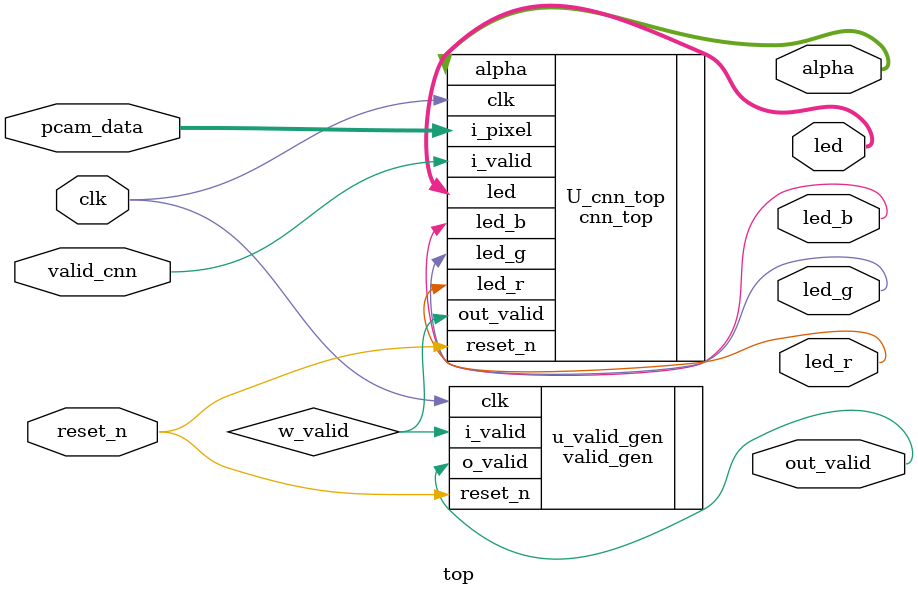
<source format=v>
`timescale 1ns/1ps

`include "defines_cnn_core.v"

module top(
    input clk,
    input reset_n,
    input valid_cnn,
    input [31:0] pcam_data,
    output [7:0] alpha,
    output out_valid,
    output [3:0] led,
    output led_r,
    output led_g,
    output led_b
);


    wire w_valid;

    cnn_top U_cnn_top(
        .clk(clk),
        .reset_n(reset_n),
        .i_valid(valid_cnn),
        .i_pixel(pcam_data),
        .out_valid(w_valid),
        .alpha(alpha),
        .led(led),
        .led_r(led_r),
        .led_g(led_g),
        .led_b(led_b)
    );

    valid_gen u_valid_gen(
        .clk(clk),
        .reset_n(reset_n),
        .i_valid(w_valid),
        .o_valid(out_valid)
    );

endmodule


</source>
